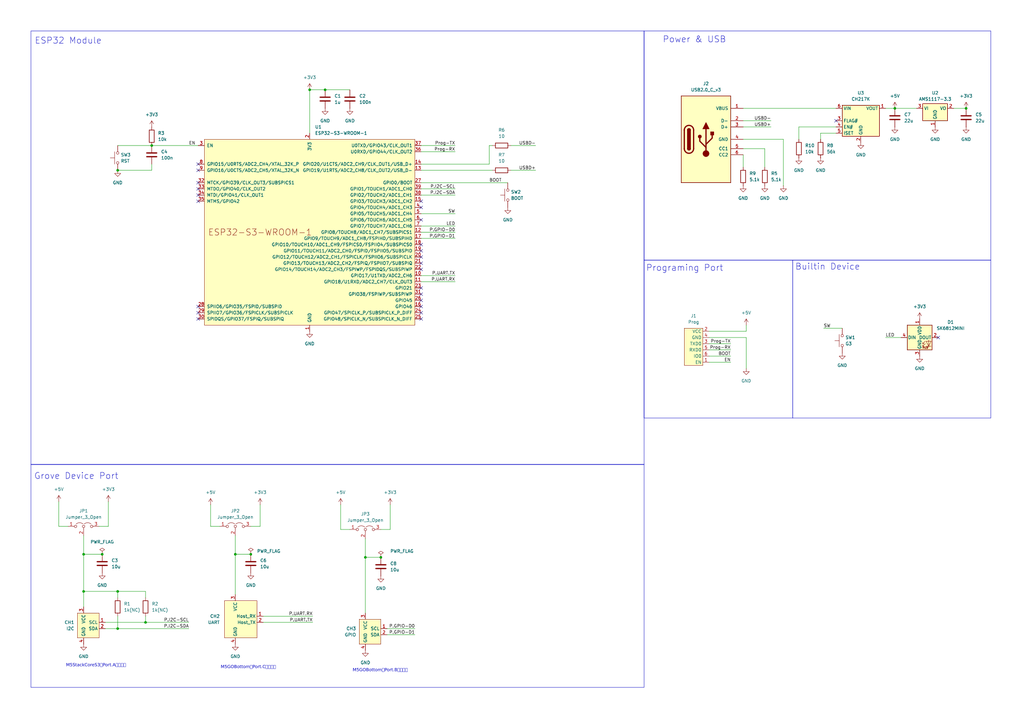
<source format=kicad_sch>
(kicad_sch (version 20231120) (generator "eeschema") (generator_version "8.0")
  (paper "A3")
  (title_block (title "ESP32C3 IoT Server") (rev "1.2.0"))
  (lib_symbols
    (symbol "74th_Interface:ESP-Prog-ProgramCOM_RECV"
      (property "Reference" "J" (at 0 5.08 0))
      (property "Value" "ESP-Prog-ProgramCOM_RECV" (at 0 7.62 0))
      (symbol "ESP-Prog-ProgramCOM_RECV_0_1"
        (rectangle (start -3.81 3.81) (end 3.81 -11.43) (stroke (width 0.1524)) (fill (type background)))
      )
      (symbol "ESP-Prog-ProgramCOM_RECV_1_1"
        (pin output line (at 6.35 -10.16 180) (length 2.54) (name "EN") (number "1"))
        (pin passive line (at 6.35 2.54 180) (length 2.54) (name "VCC") (number "2"))
        (pin input line (at 6.35 -2.54 180) (length 2.54) (name "TXD0") (number "3"))
        (pin passive line (at 6.35 0 180) (length 2.54) (name "GND") (number "4"))
        (pin output line (at 6.35 -5.08 180) (length 2.54) (name "RXD0") (number "5"))
        (pin output line (at 6.35 -7.62 180) (length 2.54) (name "IO0") (number "6"))
      )
    )
    (symbol "74th_Interface:I2C_Grove_Host-Side"
      (property "Reference" "CH" (at -6.35 0 0))
      (property "Value" "Grove" (at -6.35 -2.54 0))
      (symbol "I2C_Grove_Host-Side_0_1"
        (rectangle (start -5.08 3.81) (end 3.81 -6.35) (stroke (width 0.1524)) (fill (type background)))
      )
      (symbol "I2C_Grove_Host-Side_1_1"
        (pin input line (at 6.35 0 180) (length 2.54) (name "SCL") (number "1"))
        (pin bidirectional line (at 6.35 -2.54 180) (length 2.54) (name "SDA") (number "2"))
        (pin power_in line (at -2.54 6.35 270) (length 2.54) (name "VCC") (number "3"))
        (pin power_in line (at -2.54 -8.89 90) (length 2.54) (name "GND") (number "4"))
      )
    )
    (symbol "74th_Interface:UART_Grove_Host-Side"
      (property "Reference" "CH" (at 3.81 11.43 0))
      (property "Value" "UART_Grove_Host-Side" (at 3.81 8.89 0))
      (symbol "UART_Grove_Host-Side_0_1"
        (rectangle (start -4.445 7.62) (end 8.89 -7.62) (stroke (width 0.1524)) (fill (type background)))
      )
      (symbol "UART_Grove_Host-Side_1_1"
        (pin output line (at 11.43 1.27 180) (length 2.54) (name "Host_RX") (number "1"))
        (pin input line (at 11.43 -1.27 180) (length 2.54) (name "Host_TX") (number "2"))
        (pin power_in line (at 0 10.16 270) (length 2.54) (name "VCC") (number "3"))
        (pin power_in line (at 0 -10.16 90) (length 2.54) (name "GND") (number "4"))
      )
    )
    (symbol "74th_Interface:USB_TypeC-2.0_Receptacle_Simple" (pin_names (offset 1.016))
      (property "Reference" "J" (at -10.16 19.05 0))
      (property "Value" "USB2.0-C_SMT" (at 15.24 19.05 0))
      (symbol "USB_TypeC-2.0_Receptacle_Simple_0_1"
        (rectangle (start -10.16 17.78) (end 10.16 -17.78) (stroke (width 0.254)) (fill (type background)))
        (arc (start -8.89 -3.81) (mid -6.985 -5.7067) (end -5.08 -3.81) (stroke (width 0.508)))
        (arc (start -7.62 -3.81) (mid -6.985 -4.4423) (end -6.35 -3.81) (stroke (width 0.254)))
        (arc (start -7.62 -3.81) (mid -6.985 -4.4423) (end -6.35 -3.81) (stroke (width 0.254)) (fill (type outline)))
        (rectangle (start -7.62 -3.81) (end -6.35 3.81) (stroke (width 0.254)) (fill (type outline)))
        (arc (start -6.35 3.81) (mid -6.985 4.4423) (end -7.62 3.81) (stroke (width 0.254)))
        (arc (start -6.35 3.81) (mid -6.985 4.4423) (end -7.62 3.81) (stroke (width 0.254)) (fill (type outline)))
        (arc (start -5.08 3.81) (mid -6.985 5.7067) (end -8.89 3.81) (stroke (width 0.508)))
        (circle (center -2.54 1.143) (radius 0.635) (stroke (width 0.254)) (fill (type outline)))
        (circle (center 0 -5.842) (radius 1.27) (fill (type outline)))
        (polyline (pts (xy -8.89 -3.81) (xy -8.89 3.81)) (stroke (width 0.508)))
        (polyline (pts (xy -5.08 3.81) (xy -5.08 -3.81)) (stroke (width 0.508)))
        (polyline (pts (xy 0 -5.842) (xy 0 4.318)) (stroke (width 0.508)))
        (polyline (pts (xy 0 -3.302) (xy -2.54 -0.762) (xy -2.54 0.508)) (stroke (width 0.508)))
        (polyline (pts (xy 0 -2.032) (xy 2.54 0.508) (xy 2.54 1.778)) (stroke (width 0.508)))
        (polyline (pts (xy -1.27 4.318) (xy 0 6.858) (xy 1.27 4.318) (xy -1.27 4.318)) (stroke (width 0.254)) (fill (type outline)))
        (rectangle (start 1.905 1.778) (end 3.175 3.048) (stroke (width 0.254)) (fill (type outline)))
      )
      (symbol "USB_TypeC-2.0_Receptacle_Simple_1_1"
        (pin power_out line (at 15.24 12.7 180) (length 5.08) (name "VBUS") (number "1"))
        (pin bidirectional line (at 15.24 7.62 180) (length 5.08) (name "D-") (number "2"))
        (pin bidirectional line (at 15.24 5.08 180) (length 5.08) (name "D+") (number "3"))
        (pin power_out line (at 15.24 0 180) (length 5.08) (name "GND") (number "4"))
        (pin input line (at 15.24 -3.81 180) (length 5.08) (name "CC1") (number "5"))
        (pin input line (at 15.24 -6.35 180) (length 5.08) (name "CC2") (number "6"))
      )
    )
    (symbol "74th_Passive:CH217K_USB-Power-Limit-Switch"
      (property "Reference" "U" (at -6.35 5.08 0))
      (property "Value" "CH217K" (at 3.81 5.08 0))
      (symbol "CH217K_USB-Power-Limit-Switch_1_1"
        (rectangle (start -7.62 3.81) (end 7.62 -8.89) (stroke (width 0.254)) (fill (type background)))
        (pin power_out line (at 10.16 2.54 180) (length 2.54) (name "VOUT") (number "1"))
        (pin power_in line (at 0 -11.43 90) (length 2.54) (name "GND") (number "2"))
        (pin input line (at -10.16 -2.54 0) (length 2.54) (name "FLAG#") (number "3"))
        (pin input line (at -10.16 -5.08 0) (length 2.54) (name "EN#") (number "4"))
        (pin input line (at -10.16 -7.62 0) (length 2.54) (name "ISET") (number "5"))
        (pin power_in line (at -10.16 2.54 0) (length 2.54) (name "VIN") (number "6"))
      )
    )
    (symbol "74th_Passive:SK6812MINI-E_RGBLED" (pin_names (offset 0.254))
      (property "Reference" "D" (at 5.08 5.715 0))
      (property "Value" "SK6812MINI-E_RGBLED" (at 1.27 -5.715 0))
      (symbol "SK6812MINI-E_RGBLED_0_0"
        (text "RGB" (at 2.286 -4.191 0) (effects (font (size 0.762 0.762))))
      )
      (symbol "SK6812MINI-E_RGBLED_0_1"
        (polyline (pts (xy 1.27 -3.556) (xy 1.778 -3.556)))
        (polyline (pts (xy 1.27 -2.54) (xy 1.778 -2.54)))
        (polyline (pts (xy 4.699 -3.556) (xy 2.667 -3.556)))
        (polyline (pts (xy 2.286 -2.54) (xy 1.27 -3.556) (xy 1.27 -3.048)))
        (polyline (pts (xy 2.286 -1.524) (xy 1.27 -2.54) (xy 1.27 -2.032)))
        (polyline (pts (xy 3.683 -1.016) (xy 3.683 -3.556) (xy 3.683 -4.064)))
        (polyline (pts (xy 4.699 -1.524) (xy 2.667 -1.524) (xy 3.683 -3.556) (xy 4.699 -1.524)))
        (rectangle (start 5.08 5.08) (end -5.08 -5.08) (stroke (width 0.254)) (fill (type background)))
      )
      (symbol "SK6812MINI-E_RGBLED_1_1"
        (pin power_in line (at 0 7.62 270) (length 2.54) (name "VDD") (number "1"))
        (pin output line (at 7.62 0 180) (length 2.54) (name "DOUT") (number "2"))
        (pin power_in line (at 0 -7.62 90) (length 2.54) (name "GND") (number "3"))
        (pin input line (at -7.62 0 0) (length 2.54) (name "DIN") (number "4"))
      )
    )
    (symbol "Device:C" (pin_numbers hide) (pin_names (offset 0.254))
      (property "Reference" "C" (at 0.635 2.54 0))
      (property "Value" "C" (at 0.635 -2.54 0))
      (symbol "C_0_1"
        (polyline (pts (xy -2.032 -0.762) (xy 2.032 -0.762)) (stroke (width 0.508)))
        (polyline (pts (xy -2.032 0.762) (xy 2.032 0.762)) (stroke (width 0.508)))
      )
      (symbol "C_1_1"
        (pin passive line (at 0 3.81 270) (length 2.794) (name "~") (number "1"))
        (pin passive line (at 0 -3.81 90) (length 2.794) (name "~") (number "2"))
      )
    )
    (symbol "Device:R" (pin_numbers hide) (pin_names (offset 0))
      (property "Reference" "R" (at 2.032 0 90))
      (property "Value" "R" (at 0 0 90))
      (symbol "R_0_1"
        (rectangle (start -1.016 -2.54) (end 1.016 2.54) (stroke (width 0.254)))
      )
      (symbol "R_1_1"
        (pin passive line (at 0 3.81 270) (length 1.27) (name "~") (number "1"))
        (pin passive line (at 0 -3.81 90) (length 1.27) (name "~") (number "2"))
      )
    )
    (symbol "Jumper:Jumper_3_Open" (pin_names (offset 0) hide) (exclude_from_sim yes) (in_bom no)
      (property "Reference" "JP" (at -2.54 -2.54 0))
      (property "Value" "Jumper_3_Open" (at 0 2.794 0))
      (symbol "Jumper_3_Open_0_0"
        (circle (center -3.302 0) (radius 0.508))
        (circle (center 0 0) (radius 0.508))
        (circle (center 3.302 0) (radius 0.508))
      )
      (symbol "Jumper_3_Open_0_1"
        (arc (start -0.254 1.016) (mid -1.651 1.4992) (end -3.048 1.016))
        (polyline (pts (xy 0 -0.508) (xy 0 -1.27)))
        (arc (start 3.048 1.016) (mid 1.651 1.4992) (end 0.254 1.016))
      )
      (symbol "Jumper_3_Open_1_1"
        (pin passive line (at -6.35 0 0) (length 2.54) (name "A") (number "1"))
        (pin passive line (at 0 -3.81 90) (length 2.54) (name "C") (number "2"))
        (pin passive line (at 6.35 0 180) (length 2.54) (name "B") (number "3"))
      )
    )
    (symbol "PCM_Espressif:ESP32-S3-WROOM-1" (pin_names (offset 1.016))
      (property "Reference" "U" (at -43.18 43.18 0))
      (property "Value" "ESP32-S3-WROOM-1" (at -43.18 40.64 0))
      (symbol "ESP32-S3-WROOM-1_0_0"
        (text "ESP32-S3-WROOM-1" (at -20.32 0 0) (effects (font (size 2.54 2.54))))
        (pin power_in line (at 0 -40.64 90) (length 2.54) (name "GND") (number "1"))
        (pin bidirectional line (at 45.72 -17.78 180) (length 2.54) (name "GPIO17/U1TXD/ADC2_CH6") (number "10"))
        (pin bidirectional line (at 45.72 -20.32 180) (length 2.54) (name "GPIO18/U1RXD/ADC2_CH7/CLK_OUT3") (number "11"))
        (pin bidirectional line (at 45.72 0 180) (length 2.54) (name "GPIO8/TOUCH8/ADC1_CH7/SUBSPICS1") (number "12"))
        (pin bidirectional line (at 45.72 25.4 180) (length 2.54) (name "GPIO19/U1RTS/ADC2_CH8/CLK_OUT2/USB_D-") (number "13"))
        (pin bidirectional line (at 45.72 27.94 180) (length 2.54) (name "GPIO20/U1CTS/ADC2_CH9/CLK_OUT1/USB_D+") (number "14"))
        (pin bidirectional line (at 45.72 12.7 180) (length 2.54) (name "GPIO3/TOUCH3/ADC1_CH2") (number "15"))
        (pin bidirectional line (at 45.72 -30.48 180) (length 2.54) (name "GPIO46") (number "16"))
        (pin bidirectional line (at 45.72 -2.54 180) (length 2.54) (name "GPIO9/TOUCH9/ADC1_CH8/FSPIHD/SUBSPIHD") (number "17"))
        (pin bidirectional line (at 45.72 -5.08 180) (length 2.54) (name "GPIO10/TOUCH10/ADC1_CH9/FSPICS0/FSPIIO4/SUBSPICS0") (number "18"))
        (pin bidirectional line (at 45.72 -7.62 180) (length 2.54) (name "GPIO11/TOUCH11/ADC2_CH0/FSPID/FSPIIO5/SUBSPID") (number "19"))
        (pin power_in line (at 0 40.64 270) (length 2.54) (name "3V3") (number "2"))
        (pin bidirectional line (at 45.72 -10.16 180) (length 2.54) (name "GPIO12/TOUCH12/ADC2_CH1/FSPICLK/FSPIIO6/SUBSPICLK") (number "20"))
        (pin bidirectional line (at 45.72 -12.7 180) (length 2.54) (name "GPIO13/TOUCH13/ADC2_CH2/FSPIQ/FSPIIO7/SUBSPIQ") (number "21"))
        (pin bidirectional line (at 45.72 -15.24 180) (length 2.54) (name "GPIO14/TOUCH14/ADC2_CH3/FSPIWP/FSPIDQS/SUBSPIWP") (number "22"))
        (pin bidirectional line (at 45.72 -22.86 180) (length 2.54) (name "GPIO21") (number "23"))
        (pin bidirectional line (at 45.72 -33.02 180) (length 2.54) (name "GPIO47/SPICLK_P/SUBSPICLK_P_DIFF") (number "24"))
        (pin bidirectional line (at 45.72 -35.56 180) (length 2.54) (name "GPIO48/SPICLK_N/SUBSPICLK_N_DIFF") (number "25"))
        (pin bidirectional line (at 45.72 -27.94 180) (length 2.54) (name "GPIO45") (number "26"))
        (pin bidirectional line (at 45.72 20.32 180) (length 2.54) (name "GPIO0/BOOT") (number "27"))
        (pin bidirectional line (at -45.72 -30.48 0) (length 2.54) (name "SPIIO6/GPIO35/FSPID/SUBSPID") (number "28"))
        (pin bidirectional line (at -45.72 -33.02 0) (length 2.54) (name "SPIIO7/GPIO36/FSPICLK/SUBSPICLK") (number "29"))
        (pin input line (at -45.72 35.56 0) (length 2.54) (name "EN") (number "3"))
        (pin bidirectional line (at -45.72 -35.56 0) (length 2.54) (name "SPIDQS/GPIO37/FSPIQ/SUBSPIQ") (number "30"))
        (pin bidirectional line (at 45.72 -25.4 180) (length 2.54) (name "GPIO38/FSPIWP/SUBSPIWP") (number "31"))
        (pin bidirectional line (at -45.72 20.32 0) (length 2.54) (name "MTCK/GPIO39/CLK_OUT3/SUBSPICS1") (number "32"))
        (pin bidirectional line (at -45.72 17.78 0) (length 2.54) (name "MTDO/GPIO40/CLK_OUT2") (number "33"))
        (pin bidirectional line (at -45.72 15.24 0) (length 2.54) (name "MTDI/GPIO41/CLK_OUT1") (number "34"))
        (pin bidirectional line (at -45.72 12.7 0) (length 2.54) (name "MTMS/GPIO42") (number "35"))
        (pin bidirectional line (at 45.72 33.02 180) (length 2.54) (name "U0RXD/GPIO44/CLK_OUT2") (number "36"))
        (pin bidirectional line (at 45.72 35.56 180) (length 2.54) (name "U0TXD/GPIO43/CLK_OUT1") (number "37"))
        (pin bidirectional line (at 45.72 15.24 180) (length 2.54) (name "GPIO2/TOUCH2/ADC1_CH1") (number "38"))
        (pin bidirectional line (at 45.72 17.78 180) (length 2.54) (name "GPIO1/TOUCH1/ADC1_CH0") (number "39"))
        (pin bidirectional line (at 45.72 10.16 180) (length 2.54) (name "GPIO4/TOUCH4/ADC1_CH3") (number "4"))
        (pin passive line (at 0 -40.64 90) (length 2.54) hide (name "GND") (number "40"))
        (pin passive line (at 0 -40.64 90) (length 2.54) hide (name "GND") (number "41"))
        (pin bidirectional line (at 45.72 7.62 180) (length 2.54) (name "GPIO5/TOUCH5/ADC1_CH4") (number "5"))
        (pin bidirectional line (at 45.72 5.08 180) (length 2.54) (name "GPIO6/TOUCH6/ADC1_CH5") (number "6"))
        (pin bidirectional line (at 45.72 2.54 180) (length 2.54) (name "GPIO7/TOUCH7/ADC1_CH6") (number "7"))
        (pin bidirectional line (at -45.72 27.94 0) (length 2.54) (name "GPIO15/U0RTS/ADC2_CH4/XTAL_32K_P") (number "8"))
        (pin bidirectional line (at -45.72 25.4 0) (length 2.54) (name "GPIO16/U0CTS/ADC2_CH5/XTAL_32K_N") (number "9"))
      )
      (symbol "ESP32-S3-WROOM-1_0_1"
        (rectangle (start -43.18 38.1) (end 43.18 -38.1) (fill (type background)))
      )
    )
    (symbol "Regulator_Linear:AMS1117-3.3"
      (property "Reference" "U" (at -3.81 3.175 0))
      (property "Value" "AMS1117-3.3" (at 0 3.175 0))
      (symbol "AMS1117-3.3_0_1"
        (rectangle (start -5.08 -5.08) (end 5.08 1.905) (stroke (width 0.254)) (fill (type background)))
      )
      (symbol "AMS1117-3.3_1_1"
        (pin power_in line (at 0 -7.62 90) (length 2.54) (name "GND") (number "1"))
        (pin power_out line (at 7.62 0 180) (length 2.54) (name "VO") (number "2"))
        (pin power_in line (at -7.62 0 0) (length 2.54) (name "VI") (number "3"))
      )
    )
    (symbol "Switch:SW_Push" (pin_numbers hide) (pin_names (offset 1.016) hide)
      (property "Reference" "SW" (at 1.27 2.54 0))
      (property "Value" "SW_Push" (at 0 -1.524 0))
      (symbol "SW_Push_0_1"
        (circle (center -2.032 0) (radius 0.508))
        (polyline (pts (xy 0 1.27) (xy 0 3.048)))
        (polyline (pts (xy 2.54 1.27) (xy -2.54 1.27)))
        (circle (center 2.032 0) (radius 0.508))
        (pin passive line (at -5.08 0 0) (length 2.54) (name "1") (number "1"))
        (pin passive line (at 5.08 0 180) (length 2.54) (name "2") (number "2"))
      )
    )
    (symbol "power:+3V3" (power) (pin_numbers hide) (pin_names (offset 0) hide)
      (property "Value" "+3V3" (at 0 3.556 0))
      (symbol "+3V3_0_1"
        (polyline (pts (xy -0.762 1.27) (xy 0 2.54)))
        (polyline (pts (xy 0 0) (xy 0 2.54)))
        (polyline (pts (xy 0 2.54) (xy 0.762 1.27)))
      )
      (symbol "+3V3_1_1"
        (pin power_in line (at 0 0 90) (length 0) (name "~") (number "1"))
      )
    )
    (symbol "power:+5V" (power) (pin_numbers hide) (pin_names (offset 0) hide)
      (property "Value" "+5V" (at 0 3.556 0))
      (symbol "+5V_0_1"
        (polyline (pts (xy -0.762 1.27) (xy 0 2.54)))
        (polyline (pts (xy 0 0) (xy 0 2.54)))
        (polyline (pts (xy 0 2.54) (xy 0.762 1.27)))
      )
      (symbol "+5V_1_1"
        (pin power_in line (at 0 0 90) (length 0) (name "~") (number "1"))
      )
    )
    (symbol "power:GND" (power) (pin_numbers hide) (pin_names (offset 0) hide)
      (property "Value" "GND" (at 0 -3.81 0))
      (symbol "GND_0_1"
        (polyline (pts (xy 0 0) (xy 0 -1.27) (xy 1.27 -1.27) (xy 0 -2.54) (xy -1.27 -1.27) (xy 0 -1.27)))
      )
      (symbol "GND_1_1"
        (pin power_in line (at 0 0 270) (length 0) (name "~") (number "1"))
      )
    )
    (symbol "power:PWR_FLAG" (power) (pin_numbers hide) (pin_names (offset 0) hide)
      (property "Value" "PWR_FLAG" (at 0 3.81 0))
      (symbol "PWR_FLAG_0_0"
        (pin power_out line (at 0 0 90) (length 0) (name "~") (number "1"))
      )
      (symbol "PWR_FLAG_0_1"
        (polyline (pts (xy 0 0) (xy 0 1.27) (xy -1.016 1.905) (xy 0 2.54) (xy 1.016 1.905) (xy 0 1.27)))
      )
    )
  )
  (junction (at 48.26 69.85))
  (junction (at 127 36.83))
  (junction (at 34.29 242.57))
  (junction (at 149.86 228.6))
  (junction (at 133.35 36.83))
  (junction (at 34.29 227.33))
  (junction (at 59.69 255.27))
  (junction (at 102.87 227.33))
  (junction (at 367.03 44.45))
  (junction (at 48.26 242.57))
  (junction (at 48.26 257.81))
  (junction (at 96.52 227.33))
  (junction (at 156.21 228.6))
  (junction (at 41.91 227.33))
  (junction (at 396.24 44.45))
  (junction (at 62.23 59.69))
  (no_connect (at 172.72 90.17))
  (no_connect (at 81.28 130.81))
  (no_connect (at 81.28 82.55))
  (no_connect (at 172.72 110.49))
  (no_connect (at 172.72 105.41))
  (no_connect (at 81.28 125.73))
  (no_connect (at 81.28 67.31))
  (no_connect (at 172.72 120.65))
  (no_connect (at 172.72 107.95))
  (no_connect (at 81.28 128.27))
  (no_connect (at 342.9 49.53))
  (no_connect (at 172.72 85.09))
  (no_connect (at 172.72 130.81))
  (no_connect (at 172.72 118.11))
  (no_connect (at 172.72 100.33))
  (no_connect (at 81.28 69.85))
  (no_connect (at 81.28 74.93))
  (no_connect (at 172.72 128.27))
  (no_connect (at 172.72 82.55))
  (no_connect (at 81.28 77.47))
  (no_connect (at 172.72 125.73))
  (no_connect (at 172.72 123.19))
  (no_connect (at 172.72 102.87))
  (no_connect (at 384.81 138.43))
  (no_connect (at 81.28 80.01))
  (wire (pts (xy 34.29 242.57) (xy 48.26 242.57)))
  (wire (pts (xy 172.72 87.63) (xy 186.69 87.63)))
  (wire (pts (xy 363.22 44.45) (xy 367.03 44.45)))
  (wire (pts (xy 304.8 44.45) (xy 342.9 44.45)))
  (wire (pts (xy 149.86 228.6) (xy 156.21 228.6)))
  (wire (pts (xy 327.66 52.07) (xy 327.66 57.15)))
  (wire (pts (xy 306.07 138.43) (xy 306.07 151.13)))
  (wire (pts (xy 172.72 97.79) (xy 186.69 97.79)))
  (wire (pts (xy 59.69 252.73) (xy 59.69 255.27)))
  (wire (pts (xy 321.31 76.2) (xy 321.31 57.15)))
  (wire (pts (xy 62.23 69.85) (xy 48.26 69.85)))
  (wire (pts (xy 290.83 138.43) (xy 306.07 138.43)))
  (wire (pts (xy 304.8 52.07) (xy 316.23 52.07)))
  (wire (pts (xy 62.23 59.69) (xy 81.28 59.69)))
  (wire (pts (xy 172.72 80.01) (xy 186.69 80.01)))
  (wire (pts (xy 290.83 140.97) (xy 299.72 140.97)))
  (wire (pts (xy 306.07 135.89) (xy 306.07 133.35)))
  (wire (pts (xy 62.23 67.31) (xy 62.23 69.85)))
  (wire (pts (xy 160.02 207.01) (xy 160.02 217.17)))
  (wire (pts (xy 158.75 260.35) (xy 170.18 260.35)))
  (wire (pts (xy 290.83 146.05) (xy 299.72 146.05)))
  (wire (pts (xy 200.66 67.31) (xy 172.72 67.31)))
  (wire (pts (xy 43.18 255.27) (xy 59.69 255.27)))
  (wire (pts (xy 172.72 115.57) (xy 186.69 115.57)))
  (wire (pts (xy 304.8 63.5) (xy 304.8 68.58)))
  (wire (pts (xy 209.55 69.85) (xy 219.71 69.85)))
  (wire (pts (xy 172.72 74.93) (xy 208.28 74.93)))
  (wire (pts (xy 48.26 242.57) (xy 59.69 242.57)))
  (wire (pts (xy 96.52 219.71) (xy 96.52 227.33)))
  (wire (pts (xy 34.29 227.33) (xy 41.91 227.33)))
  (wire (pts (xy 127 36.83) (xy 127 54.61)))
  (wire (pts (xy 107.95 252.73) (xy 128.27 252.73)))
  (wire (pts (xy 90.17 215.9) (xy 86.36 215.9)))
  (wire (pts (xy 200.66 59.69) (xy 201.93 59.69)))
  (wire (pts (xy 48.26 59.69) (xy 62.23 59.69)))
  (wire (pts (xy 367.03 44.45) (xy 375.92 44.45)))
  (wire (pts (xy 186.69 95.25) (xy 172.72 95.25)))
  (wire (pts (xy 336.55 54.61) (xy 342.9 54.61)))
  (wire (pts (xy 391.16 44.45) (xy 396.24 44.45)))
  (wire (pts (xy 59.69 255.27) (xy 77.47 255.27)))
  (wire (pts (xy 48.26 257.81) (xy 77.47 257.81)))
  (wire (pts (xy 133.35 36.83) (xy 143.51 36.83)))
  (wire (pts (xy 172.72 59.69) (xy 186.69 59.69)))
  (wire (pts (xy 172.72 69.85) (xy 201.93 69.85)))
  (wire (pts (xy 27.94 215.9) (xy 24.13 215.9)))
  (wire (pts (xy 172.72 113.03) (xy 186.69 113.03)))
  (wire (pts (xy 327.66 52.07) (xy 342.9 52.07)))
  (wire (pts (xy 43.18 257.81) (xy 48.26 257.81)))
  (wire (pts (xy 290.83 148.59) (xy 299.72 148.59)))
  (wire (pts (xy 34.29 227.33) (xy 34.29 242.57)))
  (wire (pts (xy 127 36.83) (xy 133.35 36.83)))
  (wire (pts (xy 24.13 215.9) (xy 24.13 205.74)))
  (wire (pts (xy 96.52 227.33) (xy 96.52 243.84)))
  (wire (pts (xy 160.02 217.17) (xy 156.21 217.17)))
  (wire (pts (xy 172.72 77.47) (xy 186.69 77.47)))
  (wire (pts (xy 313.69 60.96) (xy 313.69 68.58)))
  (wire (pts (xy 321.31 57.15) (xy 304.8 57.15)))
  (wire (pts (xy 336.55 57.15) (xy 336.55 54.61)))
  (wire (pts (xy 149.86 228.6) (xy 149.86 251.46)))
  (wire (pts (xy 34.29 242.57) (xy 34.29 248.92)))
  (wire (pts (xy 304.8 49.53) (xy 316.23 49.53)))
  (wire (pts (xy 106.68 215.9) (xy 102.87 215.9)))
  (wire (pts (xy 363.22 138.43) (xy 369.57 138.43)))
  (wire (pts (xy 290.83 135.89) (xy 306.07 135.89)))
  (wire (pts (xy 96.52 227.33) (xy 102.87 227.33)))
  (wire (pts (xy 86.36 215.9) (xy 86.36 207.01)))
  (wire (pts (xy 209.55 59.69) (xy 219.71 59.69)))
  (wire (pts (xy 59.69 245.11) (xy 59.69 242.57)))
  (wire (pts (xy 345.44 134.62) (xy 337.82 134.62)))
  (wire (pts (xy 200.66 59.69) (xy 200.66 67.31)))
  (wire (pts (xy 139.7 217.17) (xy 139.7 207.01)))
  (wire (pts (xy 149.86 220.98) (xy 149.86 228.6)))
  (wire (pts (xy 304.8 60.96) (xy 313.69 60.96)))
  (wire (pts (xy 44.45 215.9) (xy 40.64 215.9)))
  (wire (pts (xy 143.51 217.17) (xy 139.7 217.17)))
  (wire (pts (xy 107.95 255.27) (xy 128.27 255.27)))
  (wire (pts (xy 48.26 245.11) (xy 48.26 242.57)))
  (wire (pts (xy 44.45 205.74) (xy 44.45 215.9)))
  (wire (pts (xy 290.83 143.51) (xy 299.72 143.51)))
  (wire (pts (xy 34.29 219.71) (xy 34.29 227.33)))
  (wire (pts (xy 172.72 62.23) (xy 186.69 62.23)))
  (wire (pts (xy 106.68 207.01) (xy 106.68 215.9)))
  (wire (pts (xy 48.26 252.73) (xy 48.26 257.81)))
  (wire (pts (xy 158.75 257.81) (xy 170.18 257.81)))
  (wire (pts (xy 172.72 92.71) (xy 186.69 92.71)))
  (rectangle (start 264.16 12.7) (end 406.4 106.68))
  (rectangle (start 12.7 12.7) (end 264.16 190.5))
  (rectangle (start 325.12 106.68) (end 406.4 171.45))
  (rectangle (start 264.16 106.68) (end 325.12 171.45))
  (rectangle (start 12.7 190.5) (end 264.16 281.94))
  (text "ESP32 Module" (at 14.224 18.288 0) (effects (font (size 2.54 2.54)) (justify left bottom)))
  (text "Builtin Device" (at 326.136 110.998 0) (effects (font (size 2.54 2.54)) (justify left bottom)))
  (text "M5StackCoreS3のPort.Aに基づく" (at 39.37 273.304 0) (effects (font (size 1.27 1.27))))
  (text "M5GOBottomのPort.Bに基づく" (at 155.956 275.336 0) (effects (font (size 1.27 1.27))))
  (text "M5GOBottomのPort.Cに基づく" (at 101.854 274.066 0) (effects (font (size 1.27 1.27))))
  (text "Programing Port" (at 264.922 111.506 0) (effects (font (size 2.54 2.54)) (justify left bottom)))
  (text "Grove Device Port" (at 13.97 196.85 0) (effects (font (size 2.54 2.54)) (justify left bottom)))
  (text "Power & USB" (at 271.78 17.78 0) (effects (font (size 2.54 2.54)) (justify left bottom)))
  (label "P.GPIO-D0" (at 170.18 257.81 180))
  (label "P.GPIO-D1" (at 186.69 97.79 180))
  (label "EN" (at 77.47 59.69 0))
  (label "Prog-RX" (at 186.69 62.23 180))
  (label "Prog-RX" (at 299.72 143.51 180))
  (label "BOOT" (at 299.72 146.05 180))
  (label "USBD-" (at 316.23 49.53 180))
  (label "P.UART.TX" (at 128.27 255.27 180))
  (label "P.I2C-SDA" (at 77.47 257.81 180))
  (label "P.GPIO-D1" (at 170.18 260.35 180))
  (label "P.I2C-SCL" (at 186.69 77.47 180))
  (label "LED" (at 363.22 138.43 0))
  (label "P.I2C-SDA" (at 186.69 80.01 180))
  (label "P.I2C-SCL" (at 77.47 255.27 180))
  (label "USBD+" (at 219.71 69.85 180))
  (label "P.UART.RX" (at 186.69 115.57 180))
  (label "LED" (at 186.69 92.71 180))
  (label "Prog-TX" (at 299.72 140.97 180))
  (label "BOOT" (at 205.74 74.93 180))
  (label "EN" (at 299.72 148.59 180))
  (label "USBD-" (at 219.71 59.69 180))
  (label "SW" (at 186.69 87.63 180))
  (label "Prog-TX" (at 186.69 59.69 180))
  (label "SW" (at 337.82 134.62 0))
  (label "USBD+" (at 316.23 52.07 180))
  (label "P.UART.TX" (at 186.69 113.03 180))
  (label "P.UART.RX" (at 128.27 252.73 180))
  (label "P.GPIO-D0" (at 186.69 95.25 180))
  (symbol (lib_id "Switch:SW_Push") (at 48.26 64.77 90) (unit 1)
    (property "Reference" "SW3" (at 49.53 63.5 90) (effects (justify right)))
    (property "Value" "RST" (at 49.53 66.04 90) (effects (justify right)))
    (property "Footprint" "74th:Switch_SKRPABE010" (effects (hide yes)))
    (property "Description" "Push button switch, generic, two pins" (effects (hide yes)))
    (property "Function" "RESET" (effects (hide yes)))
  )
  (symbol (lib_id "74th_Interface:I2C_Grove_Host-Side") (at 36.83 255.27 0) (unit 1)
    (property "Reference" "CH1" (at 30.48 255.2699 0) (effects (justify right)))
    (property "Value" "I2C" (at 30.48 257.8099 0) (effects (justify right)))
    (property "Footprint" "74th:Connector_HY-2.0_SMD_4Pin" (effects (hide yes)))
  )
  (symbol (lib_id "power:GND") (at 367.03 52.07 0) (unit 1)
    (property "Reference" "#PWR07" (effects (hide yes)))
    (property "Value" "GND" (at 367.03 57.15 0))
    (property "Description" "Power symbol creates a global label with name \"GND\" , ground" (effects (hide yes)))
  )
  (symbol (lib_id "power:+3V3") (at 44.45 205.74 0) (unit 1)
    (property "Reference" "#PWR019" (effects (hide yes)))
    (property "Value" "+3V3" (at 44.45 200.66 0))
    (property "Description" "Power symbol creates a global label with name \"+3V3\"" (effects (hide yes)))
  )
  (symbol (lib_id "74th_Interface:ESP-Prog-ProgramCOM_RECV") (at 284.48 138.43 0) (unit 1)
    (property "Reference" "J1" (at 284.48 129.54 0))
    (property "Value" "Prog" (at 284.48 132.08 0))
    (property "Footprint" "74th:Connector_BoxPinHeader_2x03_P1.27mm" (effects (hide yes)))
  )
  (symbol (lib_id "Device:C") (at 143.51 40.64 0) (unit 1)
    (property "Reference" "C2" (at 147.32 39.37 0) (effects (justify left)))
    (property "Value" "100n" (at 147.32 41.91 0) (effects (justify left)))
    (property "Footprint" "74th:Capacitor_0805_2012" (effects (hide yes)))
    (property "Description" "Unpolarized capacitor" (effects (hide yes)))
  )
  (symbol (lib_id "power:+3V3") (at 106.68 207.01 0) (unit 1)
    (property "Reference" "#PWR017" (effects (hide yes)))
    (property "Value" "+3V3" (at 106.68 201.93 0))
    (property "Description" "Power symbol creates a global label with name \"+3V3\"" (effects (hide yes)))
  )
  (symbol (lib_id "Jumper:Jumper_3_Open") (at 34.29 215.9 0) (unit 1)
    (property "Reference" "JP1" (at 34.29 209.55 0))
    (property "Value" "Jumper_3_Open" (at 34.29 212.09 0))
    (property "Footprint" "74th:SolderJumper-3" (effects (hide yes)))
    (property "Description" "Jumper, 3-pole, both open" (effects (hide yes)))
  )
  (symbol (lib_id "power:+3V3") (at 396.24 44.45 0) (unit 1)
    (property "Reference" "#PWR09" (effects (hide yes)))
    (property "Value" "+3V3" (at 396.24 39.37 0))
    (property "Description" "Power symbol creates a global label with name \"+3V3\"" (effects (hide yes)))
  )
  (symbol (lib_id "power:GND") (at 304.8 76.2 0) (unit 1)
    (property "Reference" "#PWR01" (effects (hide yes)))
    (property "Value" "GND" (at 304.8 81.28 0))
    (property "Description" "Power symbol creates a global label with name \"GND\" , ground" (effects (hide yes)))
  )
  (symbol (lib_id "power:+5V") (at 24.13 205.74 0) (unit 1)
    (property "Reference" "#PWR018" (effects (hide yes)))
    (property "Value" "+5V" (at 24.13 200.66 0))
    (property "Description" "Power symbol creates a global label with name \"+5V\"" (effects (hide yes)))
  )
  (symbol (lib_id "power:GND") (at 345.44 144.78 0) (unit 1)
    (property "Reference" "#PWR031" (effects (hide yes)))
    (property "Value" "GND" (at 345.44 149.86 0))
    (property "Description" "Power symbol creates a global label with name \"GND\" , ground" (effects (hide yes)))
  )
  (symbol (lib_id "power:GND") (at 321.31 76.2 0) (unit 1)
    (property "Reference" "#PWR06" (effects (hide yes)))
    (property "Value" "GND" (at 321.31 81.28 0))
    (property "Description" "Power symbol creates a global label with name \"GND\" , ground" (effects (hide yes)))
  )
  (symbol (lib_id "74th_Interface:I2C_Grove_Host-Side") (at 152.4 257.81 0) (unit 1)
    (property "Reference" "CH3" (at 146.05 257.8099 0) (effects (justify right)))
    (property "Value" "GPIO" (at 146.05 260.3499 0) (effects (justify right)))
    (property "Footprint" "74th:Connector_HY-2.0_SMD_4Pin" (effects (hide yes)))
  )
  (symbol (lib_id "power:GND") (at 327.66 64.77 0) (unit 1)
    (property "Reference" "#PWR034" (effects (hide yes)))
    (property "Value" "GND" (at 327.66 69.85 0))
    (property "Description" "Power symbol creates a global label with name \"GND\" , ground" (effects (hide yes)))
  )
  (symbol (lib_id "74th_Interface:USB_TypeC-2.0_Receptacle_Simple") (at 289.56 57.15 0) (unit 1)
    (property "Reference" "J2" (at 289.56 34.29 0))
    (property "Value" "USB2.0_C_v3" (at 289.56 36.83 0))
    (property "Footprint" "74th:Connector_USB-C-Receptacle_SMT_12-Pin_MidMount_Simple" (effects (hide yes)))
    (property "Datasheet" "https://www.usb.org/sites/default/files/documents/usb_type-c.zip" (effects (hide yes)))
    (property "Description" "USB 2.0-only Type-C Plug connector" (effects (hide yes)))
  )
  (symbol (lib_id "Device:C") (at 156.21 232.41 0) (unit 1)
    (property "Reference" "C8" (at 160.02 231.14 0) (effects (justify left)))
    (property "Value" "10u" (at 160.02 233.68 0) (effects (justify left)))
    (property "Footprint" "74th:Capacitor_0805_2012" (effects (hide yes)))
    (property "Description" "Unpolarized capacitor" (effects (hide yes)))
  )
  (symbol (lib_id "Device:R") (at 205.74 69.85 270) (unit 1)
    (property "Reference" "R7" (at 205.74 63.5 90))
    (property "Value" "10" (at 205.74 66.04 90))
    (property "Footprint" "74th:Register_0805_2012" (effects (hide yes)))
    (property "Description" "Resistor" (effects (hide yes)))
  )
  (symbol (lib_id "Device:R") (at 327.66 60.96 0) (unit 1)
    (property "Reference" "R10" (at 330.2 59.69 0) (effects (justify left)))
    (property "Value" "10k" (at 330.2 62.23 0) (effects (justify left)))
    (property "Footprint" "74th:Register_0805_2012" (effects (hide yes)))
    (property "Description" "Resistor" (effects (hide yes)))
  )
  (symbol (lib_id "74th_Interface:UART_Grove_Host-Side") (at 96.52 254 0) (unit 1)
    (property "Reference" "CH2" (at 90.17 252.7299 0) (effects (justify right)))
    (property "Value" "UART" (at 90.17 255.2699 0) (effects (justify right)))
    (property "Footprint" "74th:Connector_HY-2.0_SMD_4Pin" (effects (hide yes)))
  )
  (symbol (lib_id "power:GND") (at 102.87 234.95 0) (unit 1)
    (property "Reference" "#PWR033" (effects (hide yes)))
    (property "Value" "GND" (at 102.87 240.03 0))
    (property "Description" "Power symbol creates a global label with name \"GND\" , ground" (effects (hide yes)))
  )
  (symbol (lib_id "power:+5V") (at 367.03 44.45 0) (unit 1)
    (property "Reference" "#PWR08" (effects (hide yes)))
    (property "Value" "+5V" (at 367.03 39.37 0))
    (property "Description" "Power symbol creates a global label with name \"+5V\"" (effects (hide yes)))
  )
  (symbol (lib_id "power:GND") (at 396.24 52.07 0) (unit 1)
    (property "Reference" "#PWR05" (effects (hide yes)))
    (property "Value" "GND" (at 396.24 57.15 0))
    (property "Description" "Power symbol creates a global label with name \"GND\" , ground" (effects (hide yes)))
  )
  (symbol (lib_id "Device:R") (at 205.74 59.69 270) (unit 1)
    (property "Reference" "R6" (at 205.74 53.34 90))
    (property "Value" "10" (at 205.74 55.88 90))
    (property "Footprint" "74th:Register_0805_2012" (effects (hide yes)))
    (property "Description" "Resistor" (effects (hide yes)))
  )
  (symbol (lib_id "power:PWR_FLAG") (at 102.87 227.33 0) (unit 1)
    (property "Reference" "#FLG02" (effects (hide yes)))
    (property "Value" "PWR_FLAG" (at 105.41 226.06 0) (effects (justify left)))
    (property "Description" "Special symbol for telling ERC where power comes from" (effects (hide yes)))
  )
  (symbol (lib_id "power:PWR_FLAG") (at 41.91 227.33 0) (unit 1)
    (property "Reference" "#FLG01" (effects (hide yes)))
    (property "Value" "PWR_FLAG" (at 41.91 222.25 0))
    (property "Description" "Special symbol for telling ERC where power comes from" (effects (hide yes)))
  )
  (symbol (lib_id "power:GND") (at 41.91 234.95 0) (unit 1)
    (property "Reference" "#PWR032" (effects (hide yes)))
    (property "Value" "GND" (at 41.91 240.03 0))
    (property "Description" "Power symbol creates a global label with name \"GND\" , ground" (effects (hide yes)))
  )
  (symbol (lib_id "74th_Passive:CH217K_USB-Power-Limit-Switch") (at 353.06 46.99 0) (unit 1)
    (property "Reference" "U3" (at 353.06 38.1 0))
    (property "Value" "CH217K" (at 353.06 40.64 0))
    (property "Footprint" "74th:Package_SOT-23-6" (effects (hide yes)))
  )
  (symbol (lib_id "power:PWR_FLAG") (at 156.21 228.6 0) (unit 1)
    (property "Reference" "#FLG04" (effects (hide yes)))
    (property "Value" "PWR_FLAG" (at 160.02 226.06 0) (effects (justify left)))
    (property "Description" "Special symbol for telling ERC where power comes from" (effects (hide yes)))
  )
  (symbol (lib_id "Device:C") (at 396.24 48.26 0) (unit 1)
    (property "Reference" "C5" (at 400.05 46.9899 0) (effects (justify left)))
    (property "Value" "22u" (at 400.05 49.5299 0) (effects (justify left)))
    (property "Footprint" "74th:Capacitor_0805_2012" (effects (hide yes)))
    (property "Description" "Unpolarized capacitor" (effects (hide yes)))
  )
  (symbol (lib_id "power:+5V") (at 139.7 207.01 0) (unit 1)
    (property "Reference" "#PWR022" (effects (hide yes)))
    (property "Value" "+5V" (at 139.7 201.93 0))
    (property "Description" "Power symbol creates a global label with name \"+5V\"" (effects (hide yes)))
  )
  (symbol (lib_id "power:GND") (at 313.69 76.2 0) (unit 1)
    (property "Reference" "#PWR02" (effects (hide yes)))
    (property "Value" "GND" (at 313.69 81.28 0))
    (property "Description" "Power symbol creates a global label with name \"GND\" , ground" (effects (hide yes)))
  )
  (symbol (lib_id "Device:C") (at 62.23 63.5 0) (unit 1)
    (property "Reference" "C4" (at 66.04 62.23 0) (effects (justify left)))
    (property "Value" "100n" (at 66.04 64.77 0) (effects (justify left)))
    (property "Footprint" "74th:Capacitor_0805_2012" (effects (hide yes)))
    (property "Description" "Unpolarized capacitor" (effects (hide yes)))
  )
  (symbol (lib_id "Device:R") (at 48.26 248.92 0) (unit 1)
    (property "Reference" "R1" (at 50.8 247.65 0) (effects (justify left)))
    (property "Value" "1k(NC)" (at 50.8 250.19 0) (effects (justify left)))
    (property "Footprint" "74th:Register_0805_2012" (effects (hide yes)))
    (property "Description" "Resistor" (effects (hide yes)))
  )
  (symbol (lib_id "Device:C") (at 133.35 40.64 0) (unit 1)
    (property "Reference" "C1" (at 137.16 39.37 0) (effects (justify left)))
    (property "Value" "1u" (at 137.16 41.91 0) (effects (justify left)))
    (property "Footprint" "74th:Capacitor_0805_2012" (effects (hide yes)))
    (property "Description" "Unpolarized capacitor" (effects (hide yes)))
  )
  (symbol (lib_id "power:GND") (at 306.07 151.13 0) (unit 1)
    (property "Reference" "#PWR028" (effects (hide yes)))
    (property "Value" "GND" (at 306.07 156.21 0))
    (property "Description" "Power symbol creates a global label with name \"GND\" , ground" (effects (hide yes)))
  )
  (symbol (lib_id "power:GND") (at 156.21 236.22 0) (unit 1)
    (property "Reference" "#PWR036" (effects (hide yes)))
    (property "Value" "GND" (at 156.21 241.3 0))
    (property "Description" "Power symbol creates a global label with name \"GND\" , ground" (effects (hide yes)))
  )
  (symbol (lib_id "power:+3V3") (at 62.23 52.07 0) (unit 1)
    (property "Reference" "#PWR015" (effects (hide yes)))
    (property "Value" "+3V3" (at 62.23 46.99 0))
    (property "Description" "Power symbol creates a global label with name \"+3V3\"" (effects (hide yes)))
  )
  (symbol (lib_id "power:GND") (at 377.19 146.05 0) (unit 1)
    (property "Reference" "#PWR030" (effects (hide yes)))
    (property "Value" "GND" (at 377.19 151.13 0))
    (property "Description" "Power symbol creates a global label with name \"GND\" , ground" (effects (hide yes)))
  )
  (symbol (lib_id "power:GND") (at 143.51 44.45 0) (unit 1)
    (property "Reference" "#PWR012" (effects (hide yes)))
    (property "Value" "GND" (at 143.51 49.53 0))
    (property "Description" "Power symbol creates a global label with name \"GND\" , ground" (effects (hide yes)))
  )
  (symbol (lib_id "Device:R") (at 304.8 72.39 0) (unit 1)
    (property "Reference" "R9" (at 307.34 71.12 0) (effects (justify left)))
    (property "Value" "5.1k" (at 307.34 73.66 0) (effects (justify left)))
    (property "Footprint" "74th:Register_0805_2012" (effects (hide yes)))
    (property "Description" "Resistor" (effects (hide yes)))
  )
  (symbol (lib_id "Device:R") (at 62.23 55.88 0) (unit 1)
    (property "Reference" "R3" (at 64.77 54.6099 0) (effects (justify left)))
    (property "Value" "10k" (at 64.77 57.1499 0) (effects (justify left)))
    (property "Footprint" "74th:Register_0805_2012" (effects (hide yes)))
    (property "Description" "Resistor" (effects (hide yes)))
  )
  (symbol (lib_id "Device:R") (at 59.69 248.92 0) (unit 1)
    (property "Reference" "R2" (at 62.23 247.65 0) (effects (justify left)))
    (property "Value" "1k(NC)" (at 62.23 250.19 0) (effects (justify left)))
    (property "Footprint" "74th:Register_0805_2012" (effects (hide yes)))
    (property "Description" "Resistor" (effects (hide yes)))
  )
  (symbol (lib_id "Device:R") (at 313.69 72.39 0) (unit 1)
    (property "Reference" "R5" (at 316.23 71.12 0) (effects (justify left)))
    (property "Value" "5.1k" (at 316.23 73.66 0) (effects (justify left)))
    (property "Footprint" "74th:Register_0805_2012" (effects (hide yes)))
    (property "Description" "Resistor" (effects (hide yes)))
  )
  (symbol (lib_id "Device:R") (at 336.55 60.96 0) (unit 1)
    (property "Reference" "R8" (at 339.09 59.69 0) (effects (justify left)))
    (property "Value" "56k" (at 339.09 62.23 0) (effects (justify left)))
    (property "Footprint" "74th:Register_0805_2012" (effects (hide yes)))
    (property "Description" "Resistor" (effects (hide yes)))
  )
  (symbol (lib_id "power:+3V3") (at 127 36.83 0) (unit 1)
    (property "Reference" "#PWR010" (effects (hide yes)))
    (property "Value" "+3V3" (at 127 31.75 0))
    (property "Description" "Power symbol creates a global label with name \"+3V3\"" (effects (hide yes)))
  )
  (symbol (lib_id "Jumper:Jumper_3_Open") (at 96.52 215.9 0) (unit 1)
    (property "Reference" "JP2" (at 96.52 209.55 0))
    (property "Value" "Jumper_3_Open" (at 96.52 212.09 0))
    (property "Footprint" "74th:SolderJumper-3" (effects (hide yes)))
    (property "Description" "Jumper, 3-pole, both open" (effects (hide yes)))
  )
  (symbol (lib_id "power:GND") (at 96.52 264.16 0) (unit 1)
    (property "Reference" "#PWR021" (effects (hide yes)))
    (property "Value" "GND" (at 96.52 269.24 0))
    (property "Description" "Power symbol creates a global label with name \"GND\" , ground" (effects (hide yes)))
  )
  (symbol (lib_id "power:GND") (at 383.54 52.07 0) (unit 1)
    (property "Reference" "#PWR04" (effects (hide yes)))
    (property "Value" "GND" (at 383.54 57.15 0))
    (property "Description" "Power symbol creates a global label with name \"GND\" , ground" (effects (hide yes)))
  )
  (symbol (lib_id "Regulator_Linear:AMS1117-3.3") (at 383.54 44.45 0) (unit 1)
    (property "Reference" "U2" (at 383.54 38.1 0))
    (property "Value" "AMS1117-3.3" (at 383.54 40.64 0))
    (property "Footprint" "74th:Package_SOT-223-3" (effects (hide yes)))
    (property "Datasheet" "http://www.advanced-monolithic.com/pdf/ds1117.pdf" (effects (hide yes)))
    (property "Description" "1A Low Dropout regulator, positive, 3.3V fixed output, SOT-223" (effects (hide yes)))
  )
  (symbol (lib_id "Switch:SW_Push") (at 345.44 139.7 90) (unit 1)
    (property "Reference" "SW1" (at 346.71 138.43 90) (effects (justify right)))
    (property "Value" "G3" (at 346.71 140.97 90) (effects (justify right)))
    (property "Footprint" "74th:Switch_SKRPABE010" (effects (hide yes)))
    (property "Description" "Push button switch, generic, two pins" (effects (hide yes)))
    (property "Function" "G5" (effects (hide yes)))
  )
  (symbol (lib_id "power:GND") (at 127 135.89 0) (unit 1)
    (property "Reference" "#PWR013" (effects (hide yes)))
    (property "Value" "GND" (at 127 140.97 0))
    (property "Description" "Power symbol creates a global label with name \"GND\" , ground" (effects (hide yes)))
  )
  (symbol (lib_id "74th_Passive:SK6812MINI-E_RGBLED") (at 377.19 138.43 0) (unit 1)
    (property "Reference" "D1" (at 389.89 132.1114 0))
    (property "Value" "SK6812MINI" (at 389.89 134.6514 0))
    (property "Footprint" "74th:LED_SK6812MINI-E_BACK-RIGHT" (effects (hide yes)))
    (property "Datasheet" "https://cdn-shop.adafruit.com/product-files/2686/SK6812MINI_REV.01-1-2.pdf" (effects (hide yes)))
    (property "Description" "RGB LED with integrated controller" (effects (hide yes)))
  )
  (symbol (lib_id "power:GND") (at 208.28 85.09 0) (unit 1)
    (property "Reference" "#PWR026" (effects (hide yes)))
    (property "Value" "GND" (at 208.28 90.17 0))
    (property "Description" "Power symbol creates a global label with name \"GND\" , ground" (effects (hide yes)))
  )
  (symbol (lib_id "power:+3V3") (at 160.02 207.01 0) (unit 1)
    (property "Reference" "#PWR023" (effects (hide yes)))
    (property "Value" "+3V3" (at 160.02 201.93 0))
    (property "Description" "Power symbol creates a global label with name \"+3V3\"" (effects (hide yes)))
  )
  (symbol (lib_id "power:+3V3") (at 377.19 130.81 0) (unit 1)
    (property "Reference" "#PWR029" (effects (hide yes)))
    (property "Value" "+3V3" (at 377.19 125.73 0))
    (property "Description" "Power symbol creates a global label with name \"+3V3\"" (effects (hide yes)))
  )
  (symbol (lib_id "Switch:SW_Push") (at 208.28 80.01 90) (unit 1)
    (property "Reference" "SW2" (at 209.55 78.74 90) (effects (justify right)))
    (property "Value" "BOOT" (at 209.55 81.28 90) (effects (justify right)))
    (property "Footprint" "74th:Switch_SKRPABE010" (effects (hide yes)))
    (property "Description" "Push button switch, generic, two pins" (effects (hide yes)))
    (property "Function" "BOOT" (effects (hide yes)))
  )
  (symbol (lib_id "power:GND") (at 336.55 64.77 0) (unit 1)
    (property "Reference" "#PWR035" (effects (hide yes)))
    (property "Value" "GND" (at 336.55 69.85 0))
    (property "Description" "Power symbol creates a global label with name \"GND\" , ground" (effects (hide yes)))
  )
  (symbol (lib_id "power:GND") (at 133.35 44.45 0) (unit 1)
    (property "Reference" "#PWR011" (effects (hide yes)))
    (property "Value" "GND" (at 133.35 49.53 0))
    (property "Description" "Power symbol creates a global label with name \"GND\" , ground" (effects (hide yes)))
  )
  (symbol (lib_id "power:+5V") (at 306.07 133.35 0) (unit 1)
    (property "Reference" "#PWR027" (effects (hide yes)))
    (property "Value" "+5V" (at 306.07 128.27 0))
    (property "Description" "Power symbol creates a global label with name \"+5V\"" (effects (hide yes)))
  )
  (symbol (lib_id "power:GND") (at 48.26 69.85 0) (unit 1)
    (property "Reference" "#PWR014" (effects (hide yes)))
    (property "Value" "GND" (at 48.26 74.93 0))
    (property "Description" "Power symbol creates a global label with name \"GND\" , ground" (effects (hide yes)))
  )
  (symbol (lib_id "power:GND") (at 34.29 264.16 0) (unit 1)
    (property "Reference" "#PWR020" (effects (hide yes)))
    (property "Value" "GND" (at 34.29 269.24 0))
    (property "Description" "Power symbol creates a global label with name \"GND\" , ground" (effects (hide yes)))
  )
  (symbol (lib_id "Jumper:Jumper_3_Open") (at 149.86 217.17 0) (unit 1)
    (property "Reference" "JP3" (at 149.86 210.82 0))
    (property "Value" "Jumper_3_Open" (at 149.86 213.36 0))
    (property "Footprint" "74th:SolderJumper-3" (effects (hide yes)))
    (property "Description" "Jumper, 3-pole, both open" (effects (hide yes)))
  )
  (symbol (lib_id "power:GND") (at 353.06 58.42 0) (unit 1)
    (property "Reference" "#PWR03" (effects (hide yes)))
    (property "Value" "GND" (at 353.06 63.5 0))
    (property "Description" "Power symbol creates a global label with name \"GND\" , ground" (effects (hide yes)))
  )
  (symbol (lib_id "Device:C") (at 102.87 231.14 0) (unit 1)
    (property "Reference" "C6" (at 106.68 229.87 0) (effects (justify left)))
    (property "Value" "10u" (at 106.68 232.41 0) (effects (justify left)))
    (property "Footprint" "74th:Capacitor_0805_2012" (effects (hide yes)))
    (property "Description" "Unpolarized capacitor" (effects (hide yes)))
  )
  (symbol (lib_id "power:GND") (at 149.86 266.7 0) (unit 1)
    (property "Reference" "#PWR024" (effects (hide yes)))
    (property "Value" "GND" (at 149.86 271.78 0))
    (property "Description" "Power symbol creates a global label with name \"GND\" , ground" (effects (hide yes)))
  )
  (symbol (lib_id "Device:C") (at 41.91 231.14 0) (unit 1)
    (property "Reference" "C3" (at 45.72 229.87 0) (effects (justify left)))
    (property "Value" "10u" (at 45.72 232.41 0) (effects (justify left)))
    (property "Footprint" "74th:Capacitor_0805_2012" (effects (hide yes)))
    (property "Description" "Unpolarized capacitor" (effects (hide yes)))
  )
  (symbol (lib_id "PCM_Espressif:ESP32-S3-WROOM-1") (at 127 95.25 0) (unit 1)
    (property "Reference" "U1" (at 129.1941 52.07 0) (effects (justify left)))
    (property "Value" "ESP32-S3-WROOM-1" (at 129.1941 54.61 0) (effects (justify left)))
    (property "Footprint" "PCM_Espressif:ESP32-S3-WROOM-1" (effects (hide yes)))
    (property "Datasheet" "https://www.espressif.com/sites/default/files/documentation/esp32-s3-wroom-1_wroom-1u_datasheet_en.pdf" (effects (hide yes)))
    (property "Description" "2.4 GHz WiFi (802.11 b/g/n) and Bluetooth ® 5 (LE) module Built around ESP32S3 series of SoCs, Xtensa ® dualcore 32bit LX7 microprocessor Flash up to 16 MB, PSRAM up to 8 MB 36 GPIOs, rich set of peripherals Onboard PCB antenna" (effects (hide yes)))
  )
  (symbol (lib_id "power:+5V") (at 86.36 207.01 0) (unit 1)
    (property "Reference" "#PWR016" (effects (hide yes)))
    (property "Value" "+5V" (at 86.36 201.93 0))
    (property "Description" "Power symbol creates a global label with name \"+5V\"" (effects (hide yes)))
  )
  (symbol (lib_id "Device:C") (at 367.03 48.26 0) (unit 1)
    (property "Reference" "C7" (at 370.84 46.9899 0) (effects (justify left)))
    (property "Value" "22u" (at 370.84 49.5299 0) (effects (justify left)))
    (property "Footprint" "74th:Capacitor_0805_2012" (effects (hide yes)))
    (property "Description" "Unpolarized capacitor" (effects (hide yes)))
  )
)
</source>
